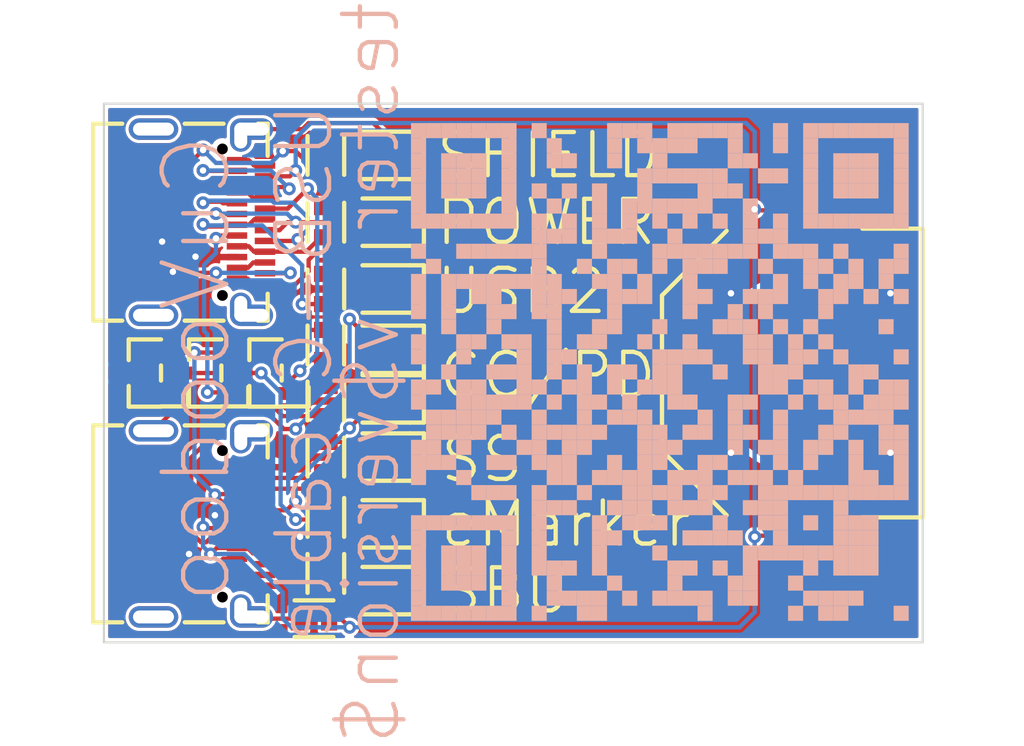
<source format=kicad_pcb>
(kicad_pcb (version 20211014) (generator pcbnew)

  (general
    (thickness 1.09)
  )

  (paper "A4")
  (title_block
    (title "USB-C cable tester")
    (date "$date$")
    (rev "$version$.$revision$")
    (company "CuVoodoo")
    (comment 1 "King Kévin")
    (comment 2 "CERN-OHL-S")
  )

  (layers
    (0 "F.Cu" signal)
    (31 "B.Cu" signal)
    (32 "B.Adhes" user "B.Adhesive")
    (33 "F.Adhes" user "F.Adhesive")
    (34 "B.Paste" user)
    (35 "F.Paste" user)
    (36 "B.SilkS" user "B.Silkscreen")
    (37 "F.SilkS" user "F.Silkscreen")
    (38 "B.Mask" user)
    (39 "F.Mask" user)
    (40 "Dwgs.User" user "User.Drawings")
    (41 "Cmts.User" user "User.Comments")
    (42 "Eco1.User" user "User.Eco1")
    (43 "Eco2.User" user "User.Eco2")
    (44 "Edge.Cuts" user)
    (45 "Margin" user)
    (46 "B.CrtYd" user "B.Courtyard")
    (47 "F.CrtYd" user "F.Courtyard")
    (48 "B.Fab" user)
    (49 "F.Fab" user)
    (50 "User.1" user)
    (51 "User.2" user)
    (52 "User.3" user)
    (53 "User.4" user)
    (54 "User.5" user)
    (55 "User.6" user)
    (56 "User.7" user)
    (57 "User.8" user)
    (58 "User.9" user)
  )

  (setup
    (stackup
      (layer "F.SilkS" (type "Top Silk Screen"))
      (layer "F.Paste" (type "Top Solder Paste"))
      (layer "F.Mask" (type "Top Solder Mask") (thickness 0.01))
      (layer "F.Cu" (type "copper") (thickness 0.035))
      (layer "dielectric 1" (type "core") (thickness 1) (material "FR4") (epsilon_r 4.5) (loss_tangent 0.02))
      (layer "B.Cu" (type "copper") (thickness 0.035))
      (layer "B.Mask" (type "Bottom Solder Mask") (thickness 0.01))
      (layer "B.Paste" (type "Bottom Solder Paste"))
      (layer "B.SilkS" (type "Bottom Silk Screen"))
      (copper_finish "HAL lead-free")
      (dielectric_constraints no)
    )
    (pad_to_mask_clearance 0)
    (aux_axis_origin 66.6 121.6)
    (grid_origin 70.4 141.1)
    (pcbplotparams
      (layerselection 0x00010fc_ffffffff)
      (disableapertmacros false)
      (usegerberextensions false)
      (usegerberattributes true)
      (usegerberadvancedattributes true)
      (creategerberjobfile true)
      (svguseinch false)
      (svgprecision 6)
      (excludeedgelayer true)
      (plotframeref false)
      (viasonmask false)
      (mode 1)
      (useauxorigin false)
      (hpglpennumber 1)
      (hpglpenspeed 20)
      (hpglpendiameter 15.000000)
      (dxfpolygonmode true)
      (dxfimperialunits true)
      (dxfusepcbnewfont true)
      (psnegative false)
      (psa4output false)
      (plotreference true)
      (plotvalue true)
      (plotinvisibletext false)
      (sketchpadsonfab false)
      (subtractmaskfromsilk false)
      (outputformat 1)
      (mirror false)
      (drillshape 0)
      (scaleselection 1)
      (outputdirectory "fabrication/")
    )
  )

  (net 0 "")
  (net 1 "VCC")
  (net 2 "GND")
  (net 3 "/Dn")
  (net 4 "Net-(D4-Pad2)")
  (net 5 "Net-(D5-Pad1)")
  (net 6 "Net-(D6-Pad2)")
  (net 7 "Net-(D7-Pad2)")
  (net 8 "Net-(J1-PadA1)")
  (net 9 "/SS1")
  (net 10 "Net-(J1-PadA4)")
  (net 11 "/CC1")
  (net 12 "/Dp")
  (net 13 "/SBU")
  (net 14 "/VBUS")
  (net 15 "/SS2")
  (net 16 "/SS1-2")
  (net 17 "/CC2")
  (net 18 "unconnected-(J1-PadS2)")
  (net 19 "unconnected-(J1-PadS3)")
  (net 20 "unconnected-(J1-PadS4)")
  (net 21 "Net-(J2-PadA10)")
  (net 22 "Net-(J2-PadB2)")
  (net 23 "Net-(J2-PadB10)")
  (net 24 "/eMark")
  (net 25 "Net-(D1-Pad1)")
  (net 26 "Net-(D1-Pad2)")
  (net 27 "Net-(D3-Pad2)")
  (net 28 "Net-(D5-Pad2)")
  (net 29 "Net-(D8-Pad2)")
  (net 30 "/SH1")
  (net 31 "Net-(R2-Pad2)")
  (net 32 "Net-(J2-PadA2)")
  (net 33 "Net-(J2-PadA8)")
  (net 34 "/SH2")
  (net 35 "unconnected-(J2-PadS4)")
  (net 36 "Net-(R2-Pad1)")
  (net 37 "unconnected-(J2-PadS1)")
  (net 38 "Net-(J2-PadS2)")

  (footprint "mylib:UC1608X55N" (layer "F.Cu") (at 76.9 127.1))

  (footprint "mylib:LEDC2012X80N" (layer "F.Cu") (at 79.7 133 -90))

  (footprint "mylib:LEDC2012X80N" (layer "F.Cu") (at 79.7 135.3 -90))

  (footprint "mylib:SOT95P237X112-3N" (layer "F.Cu") (at 74.1 134.1 180))

  (footprint "kikit:Tab" (layer "F.Cu") (at 104.85 134.1 180))

  (footprint "mylib:CONNECTOR_XKB_U262-24XN-4BV64" (layer "F.Cu") (at 70.15 141.1 -90))

  (footprint "mylib:LEDC2012X80N" (layer "F.Cu") (at 79.7 127.1 -90))

  (footprint "mylib:LEDC2012X80N" (layer "F.Cu") (at 79.7 130.2 -90))

  (footprint "kikit:Tab" (layer "F.Cu") (at 66.25 127.1))

  (footprint "mylib:LEDC2012X80N" (layer "F.Cu") (at 79.7 144.2 -90))

  (footprint "mylib:CONNECTOR_MY-1220-03" (layer "F.Cu") (at 98.5 134.1 -90))

  (footprint "mylib:UC1608X55N" (layer "F.Cu") (at 76.9 130.2 180))

  (footprint "mylib:UC1608X55N" (layer "F.Cu") (at 76.9 140.8))

  (footprint "mylib:UC1608X55N" (layer "F.Cu") (at 76.9 124 180))

  (footprint "mylib:SOT95P237X112-3N" (layer "F.Cu") (at 71.3 134.1 180))

  (footprint "mylib:UC1608X55N" (layer "F.Cu") (at 76.9 132.8))

  (footprint "mylib:LEDC2012X80N" (layer "F.Cu") (at 79.7 124 -90))

  (footprint "mylib:UC1608X55N" (layer "F.Cu") (at 76.35 145.5 90))

  (footprint "mylib:LEDC2012X80N" (layer "F.Cu") (at 79.7 141.1 -90))

  (footprint "mylib:UC1608X55N" (layer "F.Cu") (at 76.9 138))

  (footprint "kikit:Tab" (layer "F.Cu") (at 66.25 141.1))

  (footprint "mylib:SOT95P237X112-3N" (layer "F.Cu") (at 68.5 134.1 180))

  (footprint "mylib:CONNECTOR_XKB_U262-24XN-4BV64" (layer "F.Cu") (at 70.15 127.1 -90))

  (footprint "mylib:UC1608X55N" (layer "F.Cu") (at 76.9 143.4 180))

  (footprint "mylib:LEDC2012X80N" (layer "F.Cu") (at 79.7 138 -90))

  (footprint "mylib:UC1608X55N" (layer "F.Cu") (at 76.9 135.4 180))

  (footprint "mylib:QR" (layer "B.Cu") (at 92.4 134.05 -90))

  (gr_rect (start 66.6 121.6) (end 104.6 146.6) (layer "Edge.Cuts") (width 0.1) (fill none) (tstamp d49bc88e-ee09-43df-b23b-d7aad3f6b773))
  (gr_text "CuVoodoo" (at 70.9 133.9 90) (layer "B.SilkS") (tstamp 5c94dfd4-1fb7-49f5-98ea-4f333790c493)
    (effects (font (size 3 3) (thickness 0.2)) (justify mirror))
  )
  (gr_text "USB-C cable" (at 75.9 134.1 90) (layer "B.SilkS") (tstamp a5d6f3fb-d8a8-475a-b284-836a2dfee2b2)
    (effects (font (size 2.5 2.5) (thickness 0.2)) (justify mirror))
  )
  (gr_text "tester  v$version$" (at 79 134.1 90) (layer "B.SilkS") (tstamp ed18d69f-b1e8-4d59-8aec-ac19ba2cfb94)
    (effects (font (size 2.5 2.5) (thickness 0.2)) (justify mirror))
  )
  (gr_text "SS" (at 82.1 138.1) (layer "F.SilkS") (tstamp 1d7590b6-b88a-4708-9c4f-13917a84c9b2)
    (effects (font (size 2 2) (thickness 0.2)) (justify left))
  )
  (gr_text "SBU" (at 82.1 144.2) (layer "F.SilkS") (tstamp 217c58e4-17e5-40f4-bfed-92b5d3ed7c6a)
    (effects (font (size 2 2) (thickness 0.2)) (justify left))
  )
  (gr_text "CC/PD" (at 82 134.2) (layer "F.SilkS") (tstamp 6aef261e-271e-4833-b863-20c8784f5a4a)
    (effects (font (size 2 2) (thickness 0.2)) (justify left))
  )
  (gr_text "eMarker" (at 82.1 141.1) (layer "F.SilkS") (tstamp 9d443c4a-8a02-4ae1-809a-5f12b4afa778)
    (effects (font (size 2 2) (thickness 0.2)) (justify left))
  )
  (gr_text "POWER" (at 81.9 127.1) (layer "F.SilkS") (tstamp c2f1674d-db01-4489-bbca-537cc8f4d463)
    (effects (font (size 2 2) (thickness 0.2)) (justify left))
  )
  (gr_text "SHIELD" (at 81.9 124) (layer "F.SilkS") (tstamp cf4356eb-763e-4364-a9dd-d93c80530f21)
    (effects (font (size 2 2) (thickness 0.2)) (justify left))
  )
  (gr_text "USB2" (at 81.9 130.3) (layer "F.SilkS") (tstamp ffaf3c4f-331d-4d0c-b6ef-93c07678f04f)
    (effects (font (size 2 2) (thickness 0.2)) (justify left))
  )

  (segment (start 73.33 140.22) (end 72.775 140.22) (width 0.2) (layer "F.Cu") (net 1) (tstamp 004c085f-a15c-4d92-8971-e842048995fb))
  (segment (start 75.7 132.1) (end 75.25 132.55) (width 0.2) (layer "F.Cu") (net 1) (tstamp 06e8f57d-9036-499c-84b2-829b78e0b641))
  (segment (start 72.45 133.15) (end 75.25 133.15) (width 0.2) (layer "F.Cu") (net 1) (tstamp 0c96d55e-8b08-4e29-8833-211e6368731b))
  (segment (start 72.775 140.22) (end 72.22 140.22) (width 0.2) (layer "F.Cu") (net 1) (tstamp 104fdd1d-ef72-4efb-810d-ccf9fd1a9ab5))
  (segment (start 73.53 140.97) (end 73.28 141.22) (width 0.2) (layer "F.Cu") (net 1) (tstamp 185d1155-2993-474d-931d-0b4cdaead05d))
  (segment (start 76.9 134.7) (end 77.2 134.7) (width 0.2) (layer "F.Cu") (net 1) (tstamp 1c9f6195-8e5f-4a91-99b1-e801c57a88aa))
  (segment (start 73.27 142.22) (end 72.775 142.22) (width 0.2) (layer "F.Cu") (net 1) (tstamp 2ecacca6-5783-4f30-95dc-5099164725a1))
  (segment (start 72.03 141.22) (end 71.95 141.3) (width 0.2) (layer "F.Cu") (net 1) (tstamp 4de7433c-7a67-4f40-aeee-603725a2edf0))
  (segment (start 78 145.9) (end 77.6 145.5) (width 0.2) (layer "F.Cu") (net 1) (tstamp 594493a6-6110-46b7-84af-7bcfb1e0121b))
  (segment (start 74.075 139.97) (end 73.58 139.97) (width 0.2) (layer "F.Cu") (net 1) (tstamp 5c77833b-ab5d-49f7-a6fd-84e8c4d9866a))
  (segment (start 72.775 142.22) (end 71.83 142.22) (width 0.2) (layer "F.Cu") (net 1) (tstamp 62d1ffdf-9bfa-4f6d-91be-6592de30c860))
  (segment (start 76.9 132.1) (end 75.7 132.1) (width 0.2) (layer "F.Cu") (net 1) (tstamp 6bcb58b2-7289-43a6-90fb-821fb9c04611))
  (segment (start 71.78 139.72) (end 71.75 139.75) (width 0.2) (layer "F.Cu") (net 1) (tstamp 6c066038-60bd-4ad0-800a-7ca346617321))
  (segment (start 69.65 133.15) (end 70.8 133.15) (width 0.2) (layer "F.Cu") (net 1) (tstamp 703cc6ce-fe0a-441f-a1cc-c7a0da0cb336))
  (segment (start 72.775 139.72) (end 71.78 139.72) (width 0.2) (layer "F.Cu") (net 1) (tstamp 76f3cf31-160f-49fa-9953-91946f3bc203))
  (segment (start 71.83 142.22) (end 71.55 142.5) (width 0.2) (layer "F.Cu") (net 1) (tstamp 76f6b12c-7509-4772-84ec-76ffdb4a4e6d))
  (segment (start 72.22 140.22) (end 71.75 139.75) (width 0.2) (layer "F.Cu") (net 1) (tstamp 8043e95a-e830-4c4b-b0ec-fb1878ef72c9))
  (segment (start 77.6 145.5) (end 77.05 145.5) (width 0.2) (layer "F.Cu") (net 1) (tstamp 9544b901-d05e-4822-8bbc-fe06e3231497))
  (segment (start 77.2 134.7) (end 77.8 134.1) (width 0.2) (layer "F.Cu") (net 1) (tstamp 9f1f05f8-8936-42ce-bcb8-f019e57c42ef))
  (segment (start 77.1 132.1) (end 76.9 132.1) (width 0.2) (layer "F.Cu") (net 1) (tstamp a1719428-a067-4f4b-8fef-8d701ba7c90f))
  (segment (start 73.52 142.47) (end 73.27 142.22) (width 0.2) (layer "F.Cu") (net 1) (tstamp a7edc0c4-ea37-41fb-a904-85fc841f651b))
  (segment (start 74.075 124.97) (end 75.23 124.97) (width 0.2) (layer "F.Cu") (net 1) (tstamp ae67afc6-1afc-485b-81f8-5f38af8fa948))
  (segment (start 75.25 132.55) (end 75.25 133.15) (width 0.2) (layer "F.Cu") (net 1) (tstamp b212f490-88aa-4007-a21f-e329326ab7c7))
  (segment (start 96.8 126.5) (end 96.85 126.55) (width 0.2) (layer "F.Cu") (net 1) (tstamp b4195ade-e5a0-4cc7-9257-960881340a95))
  (segment (start 73.58 139.97) (end 73.33 140.22) (width 0.2) (layer "F.Cu") (net 1) (tstamp b8c13d3e-b564-4b32-95ba-d3bd7101e247))
  (segment (start 73.28 141.22) (end 72.775 141.22) (width 0.2) (layer "F.Cu") (net 1) (tstamp bc3d3560-6793-4d7f-8942-a88bc82d42ee))
  (segment (start 99.4 141.65) (end 96.85 141.65) (width 0.2) (layer "F.Cu") (net 1) (tstamp c57c9be3-a51c-45fb-a0d8-878e357e27db))
  (segment (start 70.8 133.15) (end 72.45 133.15) (width 0.2) (layer "F.Cu") (net 1) (tstamp d35452ee-0d98-43b8-a9e1-c1388f42a852))
  (segment (start 71.25 141.3) (end 71.2 141.25) (width 0.2) (layer "F.Cu") (net 1) (tstamp d784c6f1-d558-4fe7-9a19-1b6a4f9a6de0))
  (segment (start 77.8 134.1) (end 77.8 132.8) (width 0.2) (layer "F.Cu") (net 1) (tstamp e1ee82cb-b2fa-411e-b9d1-bbf194559010))
  (segment (start 96.85 126.55) (end 99.4 126.55) (width 0.2) (layer "F.Cu") (net 1) (tstamp e2ce3c77-34ba-47c9-9d82-f3f750b00ad0))
  (segment (start 77.8 132.8) (end 77.1 132.1) (width 0.2) (layer "F.Cu") (net 1) (tstamp e95e09b5-dcc5-40a3-af28-c6f1e9d055cd))
  (segment (start 75.23 124.97) (end 75.5 124.7) (width 0.2) (layer "F.Cu") (net 1) (tstamp eaf5330c-bb9a-4f9b-9c3c-f52f1008d322))
  (segment (start 96.85 141.65) (end 96.8 141.7) (width 0.2) (layer "F.Cu") (net 1) (tstamp ee08dc40-b2fd-4748-9619-f544814d0355))
  (segment (start 71.95 141.3) (end 71.25 141.3) (width 0.2) (layer "F.Cu") (net 1) (tstamp f050ab4f-6c5c-4c25-8dab-56f6836efdda))
  (segment (start 74.075 142.47) (end 73.52 142.47) (width 0.2) (layer "F.Cu") (net 1) (tstamp f1c11a03-79e8-4ffe-86d1-a8a2632f7964))
  (segment (start 72.775 141.22) (end 72.03 141.22) (width 0.2) (layer "F.Cu") (net 1) (tstamp f3ea407b-f011-481a-88e2-3f3ae08dd75a))
  (segment (start 74.075 140.97) (end 73.53 140.97) (width 0.2) (layer "F.Cu") (net 1) (tstamp fbeaa0b7-84d9-46bb-851c-7706f418fdc2))
  (via (at 96.8 141.7) (size 0.6) (drill 0.3) (layers "F.Cu" "B.Cu") (free) (net 1) (tstamp 00147a47-1074-42ea-8fc5-d424c34709f5))
  (via (at 71.55 1
... [209528 chars truncated]
</source>
